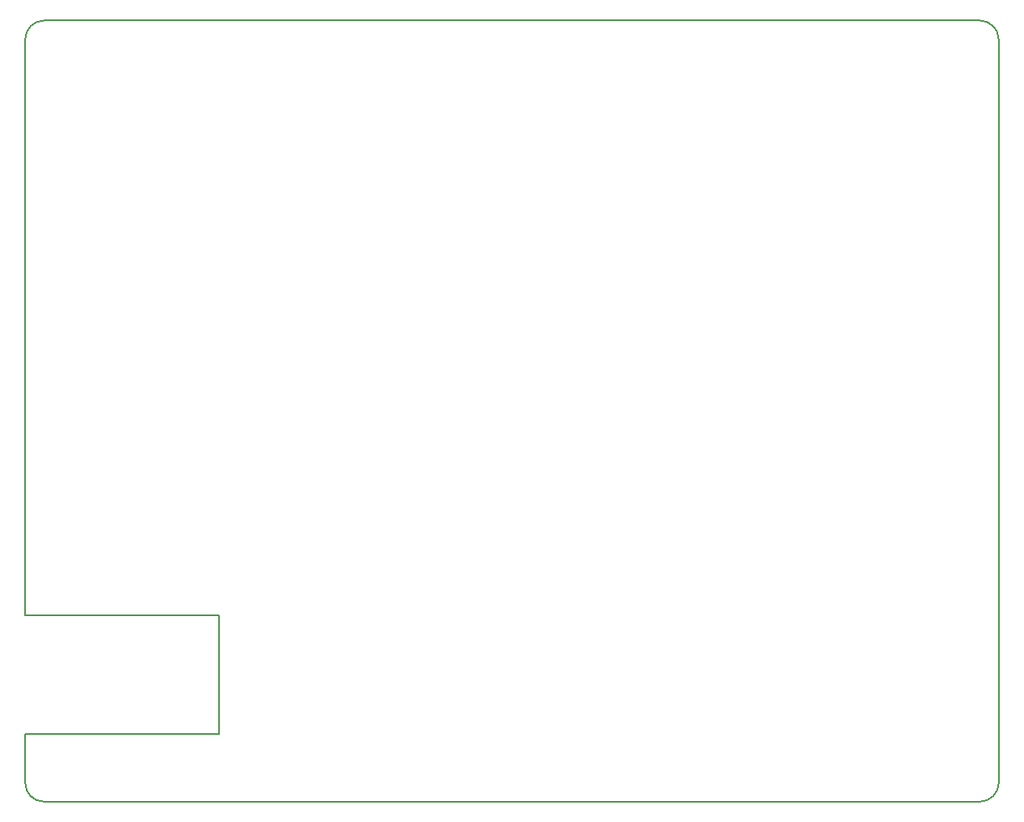
<source format=gm1>
%TF.GenerationSoftware,KiCad,Pcbnew,8.0.7*%
%TF.CreationDate,2025-01-05T02:21:24-08:00*%
%TF.ProjectId,risha,72697368-612e-46b6-9963-61645f706362,v1.0.0*%
%TF.SameCoordinates,Original*%
%TF.FileFunction,Profile,NP*%
%FSLAX46Y46*%
G04 Gerber Fmt 4.6, Leading zero omitted, Abs format (unit mm)*
G04 Created by KiCad (PCBNEW 8.0.7) date 2025-01-05 02:21:24*
%MOMM*%
%LPD*%
G01*
G04 APERTURE LIST*
%TA.AperFunction,Profile*%
%ADD10C,0.150000*%
%TD*%
G04 APERTURE END LIST*
D10*
X88225000Y-49625000D02*
G75*
G02*
X90225000Y-47625000I2000000J0D01*
G01*
X188225000Y-47625000D02*
G75*
G02*
X190225000Y-49625000I0J-2000000D01*
G01*
X108500000Y-109955000D02*
X88225000Y-109955000D01*
X108500000Y-122455000D02*
X108500000Y-109955000D01*
X90225000Y-129540000D02*
G75*
G02*
X88225000Y-127540000I0J2000000D01*
G01*
X88225000Y-122455000D02*
X108500000Y-122455000D01*
X190225000Y-127540000D02*
G75*
G02*
X188225000Y-129540000I-2000000J0D01*
G01*
X88225000Y-127540000D02*
X88225000Y-122455000D01*
X90225000Y-47625000D02*
X188225000Y-47625000D01*
X190225000Y-49625000D02*
X190225000Y-127540000D01*
X188225000Y-129540000D02*
X90225000Y-129540000D01*
X88225000Y-109955000D02*
X88225000Y-49625000D01*
M02*

</source>
